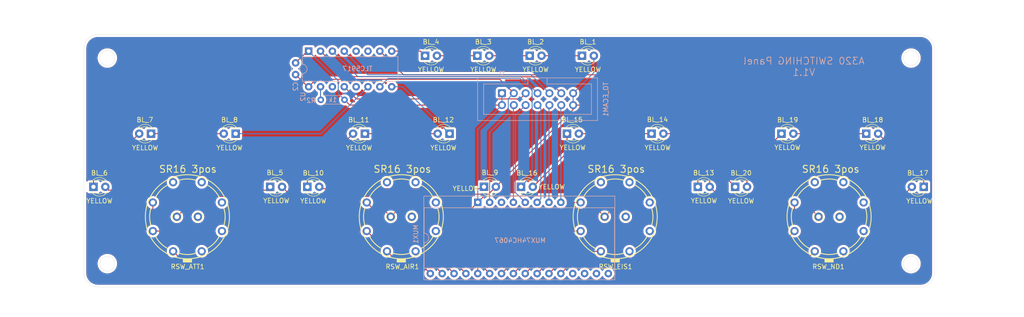
<source format=kicad_pcb>
(kicad_pcb (version 20240108) (generator "pcbnew") (generator_version "8.0")
  (title_block (title "A320 SWITCHING Panel") (date "2024-12-08") (rev "V1.1") (company "S.K."))
  (layers (0 "F.Cu" signal) (31 "B.Cu" signal) (34 "B.Paste" user) (35 "F.Paste" user) (36 "B.SilkS" user "B.Silkscreen") (37 "F.SilkS" user "F.Silkscreen") (38 "B.Mask" user) (39 "F.Mask" user) (44 "Edge.Cuts" user))
  (net 0 "")
  (net 1 "12V_IN")
  (net 2 "Net-(BL_1-K)")
  (net 3 "Net-(BL_2-K)")
  (net 4 "Net-(BL_3-K)")
  (net 5 "BACKLIGHT_1")
  (net 6 "Net-(BL_5-K)")
  (net 7 "Net-(BL_6-K)")
  (net 8 "Net-(BL_7-K)")
  (net 9 "BACKLIGHT_2")
  (net 10 "Net-(BL_10-A)")
  (net 11 "Net-(BL_10-K)")
  (net 12 "Net-(BL_11-K)")
  (net 13 "BACKLIGHT_3")
  (net 14 "Net-(BL_13-K)")
  (net 15 "Net-(BL_14-K)")
  (net 16 "Net-(BL_15-K)")
  (net 17 "BACKLIGHT_4")
  (net 18 "Net-(BL_17-K)")
  (net 19 "Net-(BL_18-K)")
  (net 20 "Net-(BL_19-K)")
  (net 21 "BACKLIGHT_5")
  (net 22 "+5V")
  (net 23 "GND")
  (net 24 "Net-(U2-R-EXT)")
  (net 25 "RSW_ND_2")
  (net 26 "RSW_AIR_3")
  (net 27 "MUX_S0")
  (net 28 "RSW_AIR_1")
  (net 29 "RSW_ND_1")
  (net 30 "MUX_S2")
  (net 31 "RSW_ATT_3")
  (net 32 "MUX_S3")
  (net 33 "MUX1_DATA")
  (net 34 "RSW_EIS_1")
  (net 35 "RSW_ATT_1")
  (net 36 "RSW_EIS_3")
  (net 37 "RSW_AIR_2")
  (net 38 "RSW_ND_3")
  (net 39 "RSW_EIS_2")
  (net 40 "MUX_S1")
  (net 41 "RSW_ATT_2")
  (net 70 "OSH_LATCH")
  (net 71 "OSH_DIN")
  (net 72 "OUT_BRT_BACK")
  (net 75 "OSH_CLOCK")
  (footprint "LED_THT:LED_D3.0mm" (layer "F.Cu") (at 142.6862 99.8834)
    (property "Reference" "BL_16" (at 1.27 -2.9552 0) (layer "F.SilkS"))
    (property "Value" "YELLOW" (at 6.5938 -0.0034 0) (layer "F.SilkS"))
    (pad "1" thru_hole rect (at 0 0) (size 1.8 1.8) (drill 0.9) (layers "*.Cu" "*.Mask") (net 17 "BACKLIGHT_4"))
    (pad "2" thru_hole circle (at 2.54 0) (size 1.8 1.8) (drill 0.9) (layers "*.Cu" "*.Mask") (net 16 "Net-(BL_15-K)"))
  )
  (footprint "LED_THT:LED_D3.0mm" (layer "F.Cu") (at 155.7418 71.8206)
    (property "Reference" "BL_1" (at 1.27 -2.96 0) (layer "F.SilkS"))
    (property "Value" "YELLOW" (at 1.27 2.96 0) (layer "F.SilkS"))
    (pad "1" thru_hole rect (at 0 0) (size 1.8 1.8) (drill 0.9) (layers "*.Cu" "*.Mask") (net 2 "Net-(BL_1-K)"))
    (pad "2" thru_hole circle (at 2.54 0) (size 1.8 1.8) (drill 0.9) (layers "*.Cu" "*.Mask") (net 1 "12V_IN"))
  )
  (footprint "LED_THT:LED_D3.0mm" (layer "F.Cu") (at 198.4392 88.5042)
    (property "Reference" "BL_19" (at 1.3184 -2.9464 0) (layer "F.SilkS"))
    (property "Value" "YELLOW" (at 1.27 2.96 0) (layer "F.SilkS"))
    (pad "1" thru_hole rect (at 0 0) (size 1.8 1.8) (drill 0.9) (layers "*.Cu" "*.Mask") (net 20 "Net-(BL_19-K)"))
    (pad "2" thru_hole circle (at 2.54 0) (size 1.8 1.8) (drill 0.9) (layers "*.Cu" "*.Mask") (net 19 "Net-(BL_18-K)"))
  )
  (footprint "LED_THT:LED_D3.0mm" (layer "F.Cu") (at 109.2901 88.5042 180)
    (property "Reference" "BL_11" (at 1.3184 2.96 0) (layer "F.SilkS"))
    (property "Value" "YELLOW" (at 1.27 -3.0226 0) (layer "F.SilkS"))
    (pad "1" thru_hole rect (at 0 0 180) (size 1.8 1.8) (drill 0.9) (layers "*.Cu" "*.Mask") (net 12 "Net-(BL_11-K)"))
    (pad "2" thru_hole circle (at 2.54 0 180) (size 1.8 1.8) (drill 0.9) (layers "*.Cu" "*.Mask") (net 11 "Net-(BL_10-K)"))
  )
  (footprint "LED_THT:LED_D3.0mm" (layer "F.Cu") (at 127.4003 88.5042 180)
    (property "Reference" "BL_12" (at 1.3208 2.96 0) (layer "F.SilkS"))
    (property "Value" "YELLOW" (at 1.3208 -3.0226 0) (layer "F.SilkS"))
    (pad "1" thru_hole rect (at 0 0 180) (size 1.8 1.8) (drill 0.9) (layers "*.Cu" "*.Mask") (net 13 "BACKLIGHT_3"))
    (pad "2" thru_hole circle (at 2.54 0 180) (size 1.8 1.8) (drill 0.9) (layers "*.Cu" "*.Mask") (net 12 "Net-(BL_11-K)"))
  )
  (footprint "LED_THT:LED_D3.0mm" (layer "F.Cu") (at 180.54 99.8834)
    (property "Reference" "BL_13" (at 1.24 -2.9934 0) (layer "F.SilkS"))
    (property "Value" "YELLOW" (at 1.3 2.9766 0) (layer "F.SilkS"))
    (pad "1" thru_hole rect (at 0 0) (size 1.8 1.8) (drill 0.9) (layers "*.Cu" "*.Mask") (net 14 "Net-(BL_13-K)"))
    (pad "2" thru_hole circle (at 2.54 0) (size 1.8 1.8) (drill 0.9) (layers "*.Cu" "*.Mask") (net 1 "12V_IN"))
  )
  (footprint "LED_THT:LED_D3.0mm" (layer "F.Cu") (at 152.53 88.5)
    (property "Reference" "BL_15" (at 1.11 -2.98 0) (layer "F.SilkS"))
    (property "Value" "YELLOW" (at 1.21 2.99 0) (layer "F.SilkS"))
    (pad "1" thru_hole rect (at 0 0) (size 1.8 1.8) (drill 0.9) (layers "*.Cu" "*.Mask") (net 16 "Net-(BL_15-K)"))
    (pad "2" thru_hole circle (at 2.54 0) (size 1.8 1.8) (drill 0.9) (layers "*.Cu" "*.Mask") (net 15 "Net-(BL_14-K)"))
  )
  (footprint "LED_THT:LED_D3.0mm" (layer "F.Cu") (at 81.6246 88.5042 180)
    (property "Reference" "BL_8" (at 1.3208 2.96 0) (layer "F.SilkS"))
    (property "Value" "YELLOW" (at 1.3208 -3.0226 0) (layer "F.SilkS"))
    (pad "1" thru_hole rect (at 0 0 180) (size 1.8 1.8) (drill 0.9) (layers "*.Cu" "*.Mask") (net 9 "BACKLIGHT_2"))
    (pad "2" thru_hole circle (at 2.54 0 180) (size 1.8 1.8) (drill 0.9) (layers "*.Cu" "*.Mask") (net 8 "Net-(BL_7-K)"))
  )
  (footprint "LED_THT:LED_D3.0mm" (layer "F.Cu") (at 134.77 99.87)
    (property "Reference" "BL_9" (at 1.27 -3.03 0) (layer "F.SilkS"))
    (property "Value" "YELLOW" (at -3.92 0.37 0) (layer "F.SilkS"))
    (pad "1" thru_hole rect (at 0 0) (size 1.8 1.8) (drill 0.9) (layers "*.Cu" "*.Mask") (net 10 "Net-(BL_10-A)"))
    (pad "2" thru_hole circle (at 2.54 0) (size 1.8 1.8) (drill 0.9) (layers "*.Cu" "*.Mask") (net 1 "12V_IN"))
  )
  (footprint "LED_THT:LED_D3.0mm" (layer "F.Cu") (at 122.1634 71.8206)
    (property "Reference" "BL_4" (at 1.27 -2.96 0) (layer "F.SilkS"))
    (property "Value" "YELLOW" (at 1.27 2.96 0) (layer "F.SilkS"))
    (pad "1" thru_hole rect (at 0 0) (size 1.8 1.8) (drill 0.9) (layers "*.Cu" "*.Mask") (net 5 "BACKLIGHT_1"))
    (pad "2" thru_hole circle (at 2.54 0) (size 1.8 1.8) (drill 0.9) (layers "*.Cu" "*.Mask") (net 4 "Net-(BL_3-K)"))
  )
  (footprint "LED_THT:LED_D3.0mm" (layer "F.Cu") (at 89.01 99.89)
    (property "Reference" "BL_5" (at 1.02 -3.04 0) (layer "F.SilkS"))
    (property "Value" "YELLOW" (at 1.31 2.96 0) (layer "F.SilkS"))
    (pad "1" thru_hole rect (at 0 0) (size 1.8 1.8) (drill 0.9) (layers "*.Cu" "*.Mask") (net 6 "Net-(BL_5-K)"))
    (pad "2" thru_hole circle (at 2.54 0) (size 1.8 1.8) (drill 0.9) (layers "*.Cu" "*.Mask") (net 1 "12V_IN"))
  )
  (footprint "My:SR16-AB" (layer "F.Cu") (at 162.8489 106.2842)
    (property "Reference" "RSW_EIS1" (at 0.0711 10.6858 0) (layer "F.SilkS"))
    (property "Value" "SR16 3pos" (at 0.2211 -10.1942 0) (layer "F.SilkS") (effects (font (size 1.5 1.5) (thickness 0.2))))
    (pad "1" thru_hole circle (at -3.06 7.39) (size 1.75 1.75) (drill 1) (layers "*.Cu" "*.Mask") (net 34 "RSW_EIS_1"))
    (pad "2" thru_hole circle (at -7.39 3.06 90) (size 1.75 1.75) (drill 1) (layers "*.Cu" "*.Mask") (net 39 "RSW_EIS_2"))
    (pad "3" thru_hole circle (at -7.39 -3.06 90) (size 1.75 1.75) (drill 1) (layers "*.Cu" "*.Mask") (net 36 "RSW_EIS_3"))
    (pad "4" thru_hole circle (at -3.06 -7.39) (size 1.75 1.75) (drill 1) (layers "*.Cu" "*.Mask"))
    (pad "5" thru_hole circle (at 3.06 -7.39) (size 1.75 1.75) (drill 1) (layers "*.Cu" "*.Mask"))
    (pad "6" thru_hole circle (at 7.39 -3.06 90) (size 1.75 1.75) (drill 1) (layers "*.Cu" "*.Mask"))
    (pad "7" thru_hole circle (at 7.39 3.06 90) (size 1.75 1.75) (drill 1) (layers "*.Cu" "*.Mask"))
    (pad "8" thru_hole circle (at 3.06 7.39) (size 1.75 1.75) (drill 1) (layers "*.Cu" "*.Mask"))
    (pad "A" thru_hole circle (at -2.25 0 270) (size 1.75 1.75) (drill 1) (layers "*.Cu" "*.Mask") (net 23 "GND"))
    (pad "B" thru_hole circle (at 2.25 0 270) (size 1.75 1.75) (drill 1) (layers "*.Cu" "*.Mask"))
  )
  (footprint "LED_THT:LED_D3.0mm" (layer "F.Cu") (at 144.549 71.8206)
    (property "Reference" "BL_2" (at 1.27 -2.96 0) (layer "F.SilkS"))
    (property "Value" "YELLOW" (at 1.27 2.96 0) (layer "F.SilkS"))
    (pad "1" thru_hole rect (at 0 0) (size 1.8 1.8) (drill 0.9) (layers "*.Cu" "*.Mask") (net 3 "Net-(BL_2-K)"))
    (pad "2" thru_hole circle (at 2.54 0) (size 1.8 1.8) (drill 0.9) (layers "*.Cu" "*.Mask") (net 2 "Net-(BL_1-K)"))
  )
  (footprint "My:SR16-AB" (layer "F.Cu") (at 208.6246 106.2842)
    (property "Reference" "RSW_ND1" (at -0.1346 10.6858 0) (layer "F.SilkS"))
    (property "Value" "SR16 3pos" (at 0.3454 -10.1942 0) (layer "F.SilkS") (effects (font (size 1.5 1.5) (thickness 0.2))))
    (pad "1" thru_hole circle (at -3.06 7.39) (size 1.75 1.75) (drill 1) (layers "*.Cu" "*.Mask") (net 29 "RSW_ND_1"))
    (pad "2" thru_hole circle (at -7.39 3.06 90) (size 1.75 1.75) (drill 1) (layers "*.Cu" "*.Mask") (net 25 "RSW_ND_2"))
    (pad "3" thru_hole circle (at -7.39 -3.06 90) (size 1.75 1.75) (drill 1) (layers "*.Cu" "*.Mask") (net 38 "RSW_ND_3"))
    (pad "4" thru_hole circle (at -3.06 -7.39) (size 1.75 1.75) (drill 1) (layers "*.Cu" "*.Mask"))
    (pad "5" thru_hole circle (at 3.06 -7.39) (size 1.75 1.75) (drill 1) (layers "*.Cu" "*.Mask"))
    (pad "6" thru_hole circle (at 7.39 -3.06 90) (size 1.75 1.75) (drill 1) (layers "*.Cu" "*.Mask"))
    (pad "7" thru_hole circle (at 7.39 3.06 90) (size 1.75 1.75) (drill 1) (layers "*.Cu" "*.Mask"))
    (pad "8" thru_hole circle (at 3.06 7.39) (size 1.75 1.75) (drill 1) (layers "*.Cu" "*.Mask"))
    (pad "A" thru_hole circle (at -2.25 0 270) (size 1.75 1.75) (drill 1) (layers "*.Cu" "*.Mask") (net 23 "GND"))
    (pad "B" thru_hole circle (at 2.25 0 270) (size 1.75 1.75) (drill 1) (layers "*.Cu" "*.Mask"))
  )
  (footprint "My:SR16-AB" (layer "F.Cu") (at 117.0731 106.2842)
    (property "Reference" "RSW_AIR1" (at 0.2269 10.6858 0) (layer "F.SilkS"))
    (property "Value" "SR16 3pos" (at 0.2269 -10.1942 0) (layer "F.SilkS") (effects (font (size 1.5 1.5) (thickness 0.2))))
    (pad "1" thru_hole circle (at -3.06 7.39) (size 1.75 1.75) (drill 1) (layers "*.Cu" "*.Mask") (net 28 "RSW_AIR_1"))
    (pad "2" thru_hole circle (at -7.39 3.06 90) (size 1.75 1.75) (drill 1) (layers "*.Cu" "*.Mask") (net 37 "RSW_AIR_2"))
    (pad "3" thru_hole circle (at -7.39 -3.06 90) (size 1.75 1.75) (drill 1) (layers "*.Cu" "*.Mask") (net 26 "RSW_AIR_3"))
    (pad "4" thru_hole circle (at -3.06 -7.39) (size 1.75 1.75) (drill 1) (layers "*.Cu" "*.Mask"))
    (pad "5" thru_hole circle (at 3.06 -7.39) (size 1.75 1.75) (drill 1) (layers "*.Cu" "*.Mask"))
    (pad "6" thru_hole circle (at 7.39 -3.06 90) (size 1.75 1.75) (drill 1) (layers "*.Cu" "*.Mask"))
    (pad "7" thru_hole circle (at 7.39 3.06 90) (size 1.75 1.75) (drill 1) (layers "*.Cu" "*.Mask"))
    (pad "8" thru_hole circle (at 3.06 7.39) (size 1.75 1.75) (drill 1) (layers "*.Cu" "*.Mask"))
    (pad "A" thru_hole circle (at -2.25 0 270) (size 1.75 1.75) (drill 1) (layers "*.Cu" "*.Mask") (net 23 "GND"))
    (pad "B" thru_hole circle (at 2.25 0 270) (size 1.75 1.75) (drill 1) (layers "*.Cu" "*.Mask"))
  )
  (footprint "LED_THT:LED_D3.0mm" (layer "F.Cu") (at 228.8832 99.8834 180)
    (property "Reference" "BL_17" (at 1.2778 2.9552 0) (layer "F.SilkS"))
    (property "Value" "YELLOW" (at 0.9398 -3.0392 0) (layer "F.SilkS"))
    (pad "1" thru_hole rect (at 0 0 180) (size 1.8 1.8) (drill 0.9) (layers "*.Cu" "*.Mask") (net 18 "Net-(BL_17-K)"))
    (pad "2" thru_hole circle (at 2.54 0 180) (size 1.8 1.8) (drill 0.9) (layers "*.Cu" "*.Mask") (net 1 "12V_IN"))
  )
  (footprint "LED_THT:LED_D3.0mm" (layer "F.Cu") (at 216.5748 88.5042)
    (property "Reference" "BL_18" (at 1.3716 -2.9464 0) (layer "F.SilkS"))
    (property "Value" "YELLOW" (at 1.3716 2.96 0) (layer "F.SilkS"))
    (pad "1" thru_hole rect (at 0 0) (size 1.8 1.8) (drill 0.9) (layers "*.Cu" "*.Mask") (net 19 "Net-(BL_18-K)"))
    (pad "2" thru_hole circle (at 2.54 0) (size 1.8 1.8) (drill 0.9) (layers "*.Cu" "*.Mask") (net 18 "Net-(BL_17-K)"))
  )
  (footprint "LED_THT:LED_D3.0mm" (layer "F.Cu") (at 63.5144 88.5042 180)
    (property "Reference" "BL_7" (at 1.3184 2.96 0) (layer "F.SilkS"))
    (property "Value" "YELLOW" (at 1.27 -3.0226 0) (layer "F.SilkS"))
    (pad "1" thru_hole rect (at 0 0 180) (size 1.8 1.8) (drill 0.9) (layers "*.Cu" "*.Mask") (net 8 "Net-(BL_7-K)"))
    (pad "2" thru_hole circle (at 2.54 0 180) (size 1.8 1.8) (drill 0.9) (layers "*.Cu" "*.Mask") (net 7 "Net-(BL_6-K)"))
  )
  (footprint "LED_THT:LED_D3.0mm" (layer "F.Cu") (at 96.9711 99.8834)
    (property "Reference" "BL_10" (at 1.27 -2.9552 0) (layer "F.SilkS"))
    (property "Value" "YELLOW" (at 1.27 3.0138 0) (layer "F.SilkS"))
    (pad "1" thru_hole rect (at 0 0) (size 1.8 1.8) (drill 0.9) (layers "*.Cu" "*.Mask") (net 11 "Net-(BL_10-K)"))
    (pad "2" thru_hole circle (at 2.54 0) (size 1.8 1.8) (drill 0.9) (layers "*.Cu" "*.Mask") (net 10 "Net-(BL_10-A)"))
  )
  (footprint "LED_THT:LED_D3.0mm" (layer "F.Cu") (at 51.1954 99.8834)
    (property "Reference" "BL_6" (at 1.27 -2.9552 0) (layer "F.SilkS"))
    (property "Value" "YELLOW" (at 1.27 3.0138 0) (layer "F.SilkS"))
    (pad "1" thru_hole rect (at 0 0) (size 1.8 1.8) (drill 0.9) (layers "*.Cu" "*.Mask") (net 7 "Net-(BL_6-K)"))
    (pad "2" thru_hole circle (at 2.54 0) (size 1.8 1.8) (drill 0.9) (layers "*.Cu" "*.Mask") (net 6 "Net-(BL_5-K)"))
  )
  (footprint "LED_THT:LED_D3.0mm" (layer "F.Cu") (at 188.5226 99.8834)
    (property "Reference" "BL_20" (at 1.27 -2.9552 0) (layer "F.SilkS"))
    (property "Value" "YELLOW" (at 1.27 3.0138 0) (layer "F.SilkS"))
    (pad "1" thru_hole rect (at 0 0) (size 1.8 1.8) (drill 0.9) (layers "*.Cu" "*.Mask") (net 21 "BACKLIGHT_5"))
    (pad "2" thru_hole circle (at 2.54 0) (size 1.8 1.8) (drill 0.9) (layers "*.Cu" "*.Mask") (net 20 "Net-(BL_19-K)"))
  )
  (footprint "LED_THT:LED_D3.0mm" (layer "F.Cu") (at 133.3562 71.8206)
    (property "Reference" "BL_3" (at 1.27 -2.96 0) (layer "F.SilkS"))
    (property "Value" "YELLOW" (at 1.27 2.96 0) (layer "F.SilkS"))
    (pad "1" thru_hole rect (at 0 0) (size 1.8 1.8) (drill 0.9) (layers "*.Cu" "*.Mask") (net 4 "Net-(BL_3-K)"))
    (pad "2" thru_hole circle (at 2.54 0) (size 1.8 1.8) (drill 0.9) (layers "*.Cu" "*.Mask") (net 3 "Net-(BL_2-K)"))
  )
  (footprint "LED_THT:LED_D3.0mm" (layer "F.Cu") (at 170.63 88.5)
    (property "Reference" "BL_14" (at 1.28 -3.01 0) (layer "F.SilkS"))
    (property "Value" "YELLOW" (at 1.29 3 0) (layer "F.SilkS"))
    (pad "1" thru_hole rect (at 0 0) (size 1.8 1.8) (drill 0.9) (layers "*.Cu" "*.Mask") (net 15 "Net-(BL_14-K)"))
    (pad "2" thru_hole circle (at 2.54 0) (size 1.8 1.8) (drill 0.9) (layers "*.Cu" "*.Mask") (net 14 "Net-(BL_13-K)"))
  )
  (footprint "My:SR16-AB" (layer "F.Cu") (at 71.2974 106.2842)
    (property "Reference" "RSW_ATT1" (at 0.0526 10.6858 0) (layer "F.SilkS"))
    (property "Value" "SR16 3pos" (at 0.1026 -10.1942 0) (layer "F.SilkS") (effects (font (size 1.5 1.5) (thickness 0.2))))
    (pad "1" thru_hole circle (at -3.06 7.39) (size 1.75 1.75) (drill 1) (layers "*.Cu" "*.Mask") (net 35 "RSW_ATT_1"))
    (pad "2" thru_hole circle (at -7.39 3.06 90) (size 1.75 1.75) (drill 1) (layers "*.Cu" "*.Mask") (net 41 "RSW_ATT_2"))
    (pad "3" thru_hole circle (at -7.39 -3.06 90) (size 1.75 1.75) (drill 1) (layers "*.Cu" "*.Mask") (net 31 "RSW_ATT_3"))
    (pad "4" thru_hole circle (at -3.06 -7.39) (size 1.75 1.75) (drill 1) (layers "*.Cu" "*.Mask"))
    (pad "5" thru_hole circle (at 3.06 -7.39) (size 1.75 1.75) (drill 1) (layers "*.Cu" "*.Mask"))
    (pad "6" thru_hole circle (at 7.39 -3.06 90) (size 1.75 1.75) (drill 1) (layers "*.Cu" "*.Mask"))
    (pad "7" thru_hole circle (at 7.39 3.06 90) (size 1.75 1.75) (drill 1) (layers "*.Cu" "*.Mask"))
    (pad "8" thru_hole circle (at 3.06 7.39) (size 1.75 1.75) (drill 1) (layers "*.Cu" "*.Mask"))
    (pad "A" thru_hole circle (at -2.25 0 270) (size 1.75 1.75) (drill 1) (layers "*.Cu" "*.Mask") (net 23 "GND"))
    (pad "B" thru_hole circle (at 2.25 0 270) (size 1.75 1.75) (drill 1) (layers "*.Cu" "*.Mask"))
  )
  (footprint "Capacitor_THT:C_Disc_D3.0mm_W1.6mm_P2.50mm" (layer "B.Cu") (at 94.451 75.8546 90)
    (property "Reference" "C2" (at -2.5654 0 90) (layer "B.SilkS") (effects (justify mirror)))
    (property "Value" "0.1uF Ceramic" (hide yes))
    (pad "1" thru_hole circle (at 0 0 90) (size 1.6 1.6) (drill 0.8) (layers "*.Cu" "*.Mask") (net 22 "+5V"))
    (pad "2" thru_hole circle (at 2.5 0 90) (size 1.6 1.6) (drill 0.8) (layers "*.Cu" "*.Mask") (net 23 "GND"))
  )
  (footprint "Connector_IDC:IDC-Header_2x07_P2.54mm_Vertical" (layer "B.Cu") (at 138.61 79.85 -90)
    (property "Reference" "TO_ECAM1" (at 1.32 -22.23 90) (layer "B.SilkS") (effects (justify mirror)))
    (property "Value" "Pin Header 2x07" (hide yes))
    (pad "1" thru_hole roundrect (at 0 0 270) (size 1.7 1.7) (drill 1) (layers "*.Cu" "*.Mask") (roundrect_rratio 0.147059) (net 23 "GND"))
    (pad "2" thru_hole circle (at 2.54 0 270) (size 1.7 1.7) (drill 1) (layers "*.Cu" "*.Mask") (net 23 "GND"))
    (pad "3" thru_hole circle (at 0 -2.54 270) (size 1.7 1.7) (drill 1) (layers "*.Cu" "*.Mask") (net 22 "+5V"))
    (pad "4" thru_hole circle (at 2.54 -2.54 270) (size 1.7 1.7) (drill 1) (layers "*.Cu" "*.Mask") (net 27 "MUX_S0"))
    (pad "5" thru_hole circle (at 0 -5.08 270) (size 1.7 1.7) (drill 1) (layers "*.Cu" "*.Mask") (net 72 "OUT_BRT_BACK"))
    (pad "6" thru_hole circle (at 2.54 -5.08 270) (size 1.7 1.7) (drill 1) (layers "*.Cu" "*.Mask") (net 40 "MUX_S1"))
    (pad "7" thru_hole circle (at 0 -7.62 270) (size 1.7 1.7) (drill 1) (layers "*.Cu" "*.Mask") (net 75 "OSH_CLOCK"))
    (pad "8" thru_hole circle (at 2.54 -7.62 270) (size 1.7 1.7) (drill 1) (layers "*.Cu" "*.Mask") (net 30 "MUX_S2"))
    (pad "9" thru_hole circle (at 0 -10.16 270) (size 1.7 1.7) (drill 1) (layers "*.Cu" "*.Mask") (net 70 "OSH_LATCH"))
    (pad "10" thru_hole circle (at 2.54 -10.16 270) (size 1.7 1.7) (drill 1) (layers "*.Cu" "*.Mask") (net 32 "MUX_S3"))
    (pad "11" thru_hole circle (at 0 -12.7 270) (size 1.7 1.7) (drill 1) (layers "*.Cu" "*.Mask") (net 71 "OSH_DIN"))
    (pad "12" thru_hole circle (at 2.54 -12.7 270) (size 1.7 1.7) (drill 1) (layers "*.Cu" "*.Mask") (net 33 "MUX1_DATA"))
    (pad "13" thru_hole circle (at 0 -15.24 270) (size 1.7 1.7) (drill 1) (layers "*.Cu" "*.Mask") (net 1 "12V_IN"))
    (pad "14" thru_hole circle (at 2.54 -15.24 270) (size 1.7 1.7) (drill 1) (layers "*.Cu" "*.Mask") (net 1 "12V_IN"))
  )
  (footprint "Package_DIP:DIP-16_W7.62mm" (layer "B.Cu") (at 97.245 70.84 -90)
    (property "Reference" "U2" (at 9.75 1.225 90) (layer "B.SilkS") (effects (justify mirror)))
    (property "Value" "TLC5917" (at 3.7592 -10.4648 0) (layer "B.SilkS") (effects (justify mirror)))
    (pad "1" thru_hole rect (at 0 0 270) (size 1.6 1.6) (drill 0.8) (layers "*.Cu" "*.Mask") (net 23 "GND"))
    (pad "2" thru_hole oval (at 0 -2.54 270) (size 1.6 1.6) (drill 0.8) (layers "*.Cu" "*.Mask") (net 71 "OSH_DIN"))
    (pad "3" thru_hole oval (at 0 -5.08 270) (size 1.6 1.6) (drill 0.8) (layers "*.Cu" "*.Mask") (net 75 "OSH_CLOCK"))
    (pad "4" thru_hole oval (at 0 -7.62 270) (size 1.6 1.6) (drill 0.8) (layers "*.Cu" "*.Mask") (net 70 "OSH_LATCH"))
    (pad "5" thru_hole oval (at 0 -10.16 270) (size 1.6 1.6) (drill 0.8) (layers "*.Cu" "*.Mask"))
    (pad "6" thru_hole oval (at 0 -12.7 270) (size 1.6 1.6) (drill 0.8) (layers "*.Cu" "*.Mask"))
    (pad "7" thru_hole oval (at 0 -15.24 270) (size 1.6 1.6) (drill 0.8) (layers "*.Cu" "*.Mask") (net 21 "BACKLIGHT_5"))
    (pad "8" thru_hole oval (at 0 -17.78 270) (size 1.6 1.6) (drill 0.8) (layers "*.Cu" "*.Mask") (net 5 "BACKLIGHT_1"))
    (pad "9" thru_hole oval (at 7.62 -17.78 270) (size 1.6 1.6) (drill 0.8) (layers "*.Cu" "*.Mask") (net 13 "BACKLIGHT_3"))
    (pad "10" thru_hole oval (at 7.62 -15.24 270) (size 1.6 1.6) (drill 0.8) (layers "*.Cu" "*.Mask") (net 17 "BACKLIGHT_4"))
    (pad "11" thru_hole oval (at 7.62 -12.7 270) (size 1.6 1.6) (drill 0.8) (layers "*.Cu" "*.Mask") (net 9 "BACKLIGHT_2"))
    (pad "12" thru_hole oval (at 7.62 -10.16 270) (size 1.6 1.6) (drill 0.8) (layers "*.Cu" "*.Mask"))
    (pad "13" thru_hole oval (at 7.62 -7.62 270) (size 1.6 1.6) (drill 0.8) (layers "*.Cu" "*.Mask") (net 72 "OUT_BRT_BACK"))
    (pad "14" thru_hole oval (at 7.62 -5.08 270) (size 1.6 1.6) (drill 0.8) (layers "*.Cu" "*.Mask"))
    (pad "15" thru_hole oval (at 7.62 -2.54 270) (size 1.6 1.6) (drill 0.8) (layers "*.Cu" "*.Mask") (net 24 "Net-(U2-R-EXT)"))
    (pad "16" thru_hole oval (at 7.62 0 270) (size 1.6 1.6) (drill 0.8) (layers "*.Cu" "*.Mask") (net 22 "+5V"))
  )
  (footprint "My:MUX74HC4067" (layer "B.Cu") (at 142.5078 111.3534 90)
    (property "Reference" "MUX1" (hide yes))
    (property "Value" "MUX74HC4067" (at 0 0 0) (layer "B.SilkS") (effects (justify mirror)))
    (fp_text user "${REFERENCE}" (at 1.3434 -22.3378 90) (layer "B.SilkS") (effects (justify mirror)))
    (pad "1" thru_hole rect (at 8.1534 -9.0678 270) (size 1.6 1.6) (drill 0.8) (layers "*.Cu" "*.Mask") (net 23 "GND"))
    (pad "2" thru_hole oval (at 8.1534 -6.5278 270) (size 1.6 1.6) (drill 0.8) (layers "*.Cu" "*.Mask") (net 22 "+5V"))
    (pad "3" thru_hole oval (at 8.1534 -3.9878 270) (size 1.6 1.6) (drill 0.8) (layers "*.Cu" "*.Mask"))
    (pad "4" thru_hole oval (at 8.1534 -1.4478 270) (size 1.6 1.6) (drill 0.8) (layers "*.Cu" "*.Mask") (net 27 "MUX_S0"))
    (pad "5" thru_hole oval (at 8.1534 1.0922 270) (size 1.6 1.6) (drill 0.8) (layers "*.Cu" "*.Mask") (net 40 "MUX_S1"))
    (pad "6" thru_hole oval (at 8.1534 3.6322 270) (size 1.6 1.6) (drill 0.8) (layers "*.Cu" "*.Mask") (net 30 "MUX_S2"))
    (pad "7" thru_hole oval (at 8.1534 6.1722 270) (size 1.6 1.6) (drill 0.8) (layers "*.Cu" "*.Mask") (net 32 "MUX_S3"))
    (pad "8" thru_hole oval (at 8.1534 8.7122 270) (size 1.6 1.6) (drill 0.8) (layers "*.Cu" "*.Mask") (net 33 "MUX1_DATA"))
    (pad "9" thru_hole oval (at -7.0866 -19.2278 270) (size 1.6 1.6) (drill 0.8) (layers "*.Cu" "*.Mask") (net 35 "RSW_ATT_1"))
    (pad "10" thru_hole oval (at -7.0866 -16.6878 270) (size 1.6 1.6) (drill 0.8) (layers "*.Cu" "*.Mask") (net 41 "RSW_ATT_2"))
    (pad "11" thru_hole oval (at -7.0866 -14.1478 270) (size 1.6 1.6) (drill 0.8) (layers "*.Cu" "*.Mask") (net 31 "RSW_ATT_3"))
    (pad "12" thru_hole oval (at -7.0866 -11.6078 270) (size 1.6 1.6) (drill 0.8) (layers "*.Cu" "*.Mask") (net 28 "RSW_AIR_1"))
    (pad "13" thru_hole oval (at -7.0866 -9.0678 270) (size 1.6 1.6) (drill 0.8) (layers "*.Cu" "*.Mask") (net 37 "RSW_AIR_2"))
    (pad "14" thru_hole oval (at -7.0866 -6.5278 270) (size 1.6 1.6) (drill 0.8) (layers "*.Cu" "*.Mask") (net 26 "RSW_AIR_3"))
    (pad "15" thru_hole oval (at -7.0866 -3.9878 270) (size 1.6 1.6) (drill 0.8) (layers "*.Cu" "*.Mask") (net 36 "RSW_EIS_3"))
    (pad "16" thru_hole oval (at -7.0866 -1.4478 270) (size 1.6 1.6) (drill 0.8) (layers "*.Cu" "*.Mask") (net 39 "RSW_EIS_2"))
    (pad "17" thru_hole oval (at -7.0866 1.0922 270) (size 1.6 1.6) (drill 0.8) (layers "*.Cu" "*.Mask") (net 34 "RSW_EIS_1"))
    (pad "18" thru_hole oval (at -7.0866 3.6322 270) (size 1.6 1.6) (drill 0.8) (layers "*.Cu" "*.Mask") (net 38 "RSW_ND_3"))
    (pad "19" thru_hole oval (at -7.0866 6.1722 270) (size 1.6 1.6) (drill 0.8) (layers "*.Cu" "*.Mask") (net 25 "RSW_ND_2"))
    (pad "20" thru_hole oval (at -7.0866 8.7122 270) (size 1.6 1.6) (drill 0.8) (layers "*.Cu" "*.Mask") (net 29 "RSW_ND_1"))
    (pad "21" thru_hole oval (at -7.0866 11.2522 270) (size 1.6 1.6) (drill 0.8) (layers "*.Cu" "*.Mask"))
    (pad "22" thru_hole oval (at -7.0866 13.7922 270) (size 1.6 1.6) (drill 0.8) (layers "*.Cu" "*.Mask"))
    (pad "23" thru_hole oval (at -7.0866 16.3322 270) (size 1.6 1.6) (drill 0.8) (layers "*.Cu" "*.Mask"))
    (pad "24" thru_hole oval (at -7.0866 18.8722 270) (size 1.6 1.6) (drill 0.8) (layers "*.Cu" "*.Mask"))
  )
  (footprint "Resistor_THT:R_Axial_DIN0204_L3.6mm_D1.6mm_P5.08mm_Horizontal" (layer "B.Cu") (at 99.84 81.26)
    (property "Reference" "R2" (at -2.0936 0.127 0) (layer "B.SilkS") (effects (justify mirror)))
    (property "Value" "1k" (at 2.5654 -0.0254 0) (layer "B.SilkS") (effects (justify mirror)))
    (pad "1" thru_hole circle (at 0 0) (size 1.4 1.4) (drill 0.7) (layers "*.Cu" "*.Mask") (net 24 "Net-(U2-R-EXT)"))
    (pad "2" thru_hole oval (at 5.08 0) (size 1.4 1.4) (drill 0.7) (layers "*.Cu" "*.Mask") (net 23 "GND"))
  )
  (gr_arc (start 52.1634 121.3206) (mid 50.04208 120.44192) (end 49.1634 118.3206) (stroke (width 0.05)) (layer "Edge.Cuts"))
  (gr_arc (start 49.1634 70.3206) (mid 50.04208 68.19928) (end 52.1634 67.3206) (stroke (width 0.05)) (layer "Edge.Cuts"))
  (gr_arc (start 231.1634 118.3206) (mid 230.28472 120.44192) (end 228.1634 121.3206) (stroke (width 0.05)) (layer "Edge.Cuts"))
  (gr_line (start 228.1634 121.3206) (end 52.1634 121.3206) (stroke (width 0.05)) (layer "Edge.Cuts"))
  (gr_line (start 231.1634 70.3206) (end 231.1634 118.3206) (stroke (width 0.05)) (layer "Edge.Cuts"))
  (gr_circle (center 226.1634 72.3206) (end 227.7634 72.3206) (stroke (width 0.05)) (fill none) (layer "Edge.Cuts"))
  (gr_circle (center 54.1634 116.3206) (end 55.7634 116.3206) (stroke (width 0.05)) (fill none) (layer "Edge.Cuts"))
  (gr_circle (center 226.1634 116.3206) (end 227.7634 116.3206) (stroke (width 0.05)) (fill none) (layer "Edge.Cuts"))
  (gr_line (start 49.1634 118.3206) (end 49.1634 70.3206) (stroke (width 0.05)) (layer "Edge.Cuts"))
  (gr_line (start 52.1634 67.3206) (end 228.1634 67.3206) (stroke (width 0.05)) (layer "Edge.Cuts"))
  (gr_arc (start 228.1634 67.3206) (mid 230.28472 68.19928) (end 231.1634 70.3206) (stroke (width 0.05)) (layer "Edge.Cuts"))
  (gr_circle (center 54.1634 72.3206) (end 55.7634 72.3206) (stroke (width 0.05)) (fill none) (layer "Edge.Cuts"))
  (gr_text "${TITLE}\n${REVISION}" (at 203.22 76.24 0) (layer "B.SilkS") (effects (font (size 1.5 1.5)) (justify bottom mirror)))
  (segment (start 93.12 101.46) (end 91.55 99.89) (width 0.2) (layer "F.Cu") (net 1))
  (segment (start 137.31 99.87) (end 153.85 83.33) (width 0.2) (layer "F.Cu") (net 1))
  (segment (start 183.08 99.8834) (end 184.5666 101.37) (width 0.2) (layer "F.Cu") (net 1))
  (segment (start 137.31 99.87) (end 135.72 101.46) (width 0.2) (layer "F.Cu") (net 1))
  (segment (start 183.08 99.8834) (end 183.08 95.006486) (width 0.2) (layer "F.Cu") (net 1))
  (segment (start 183.08 95.006486) (end 170.463514 82.39) (width 0.2) (layer "F.Cu") (net 1))
  (segment (start 153.85 83.33) (end 153.85 82.39) (width 0.2) (layer "F.Cu") (net 1))
  (segment (start 170.463514 82.39) (end 153.85 82.39) (width 0.2) (layer "F.Cu") (net 1))
  (segment (start 184.5666 101.37) (end 224.8566 101.37) (width 0.2) (layer "F.Cu") (net 1))
  (segment (start 135.72 101.46) (end 93.12 101.46) (width 0.2) (layer "F.Cu") (net 1))
  (segment (start 224.8566 101.37) (end 226.3432 99.8834) (width 0.2) (layer "F.Cu") (net 1))
  (segment (start 158.2818 75.4182) (end 158.2818 71.8206) (width 0.2) (layer "B.Cu") (net 1))
  (segment (start 153.85 79.85) (end 158.2818 75.4182) (width 0.2) (layer "B.Cu") (net 1))
  (segment (start 153.85 79.85) (end 153.85 82.39) (width 0.2) (layer "B.Cu") (net 1))
  (segment (start 147.089 71.8206) (end 155.7418 71.8206) (width 0.2) (layer "F.Cu") (net 2))
  (segment (start 135.8962 71.8206) (end 144.549 71.8206) (width 0.2) (layer "F.Cu") (net 3))
  (segment (start 133.3562 71.8206) (end 124.7034 71.8206) (width 0.2) (layer "F.Cu") (net 4))
  (segment (start 115.025 70.84) (end 121.1828 70.84) (width 0.2) (layer "F.Cu") (net 5))
  (segment (start 121.1828 70.84) (end 122.1634 71.8206) (width 0.2) (layer "F.Cu") (net 5))
  (segment (start 88.3 100.6) (end 54.452 100.6) (width 0.2) (layer "F.Cu") (net 6))
  (segment (start 54.452 100.6) (end 53.7354 99.8834) (width 0.2) (layer "F.Cu") (net 6))
  (segment (start 51.1954 99.8834) (end 51.1954 98.2832) (width 0.2) (layer "F.Cu") (net 7))
  (segment (start 51.1954 98.2832) (end 60.9744 88.5042) (width 0.2) (layer "F.Cu") (net 7))
  (segment (start 63.5144 88.5042) (end 79.0846 88.5042) (width 0.2) (layer "F.Cu") (net 8))
  (segment (start 99.9008 88.5042) (end 109.945 78.46) (width 0.2) (layer "B.Cu") (net 9))
  (segment (start 81.6246 88.5042) (end 99.9008 88.5042) (width 0.2) (layer "B.Cu") (net 9))
  (segment (start 99.9077 100.28) (end 134.36 100.28) (width 0.2) (layer "F.Cu") (net 10))
  (segment (start 96.9711 98.2832) (end 106.7501 88.5042) (width 0.2) (layer "F.Cu") (net 11))
  (segment (start 96.9711 99.8834) (end 96.9711 98.2832) (width 0.2) (layer "F.Cu") (net 11))
  (segment (start 124.8603 88.5042) (end 109.2901 88.5042) (width 0.2) (layer "F.Cu") (net 12))
  (segment (start 117.3561 78.46) (end 115.025 78.46) (width 0.2) (layer "B.Cu") (net 13))
  (segment (start 127.4003 88.5042) (end 117.3561 78.46) (width 0.2) (layer "B.Cu") (net 13))
  (segment (start 176.007828 88.5) (end 173.17 88.5) (width 0.2) (layer "F.Cu") (net 14))
  (segment (start 180.54 93.032172) (end 176.007828 88.5) (width 0.2) (layer "F.Cu") (net 14))
  (segment (start 180.54 99.8834) (end 180.54 93.032172) (width 0.2) (layer "F.Cu") (net 14))
  (segment (start 170.63 88.5) (end 155.07 88.5) (width 0.2) (layer "F.Cu") (net 15))
  (segment (start 152.53 92.5796) (end 145.2262 99.8834) (width 0.2) (layer "F.Cu") (net 16))
  (segment (start 152.53 88.5) (end 152.53 92.5796) (width 0.2) (layer "F.Cu") (net 16))
  (segment (start 142.4825 76.6725) (end 145.08 79.27) (width 0.2) (layer "B.Cu") (net 17))
  (segment (start 114.2725 76.6725) (end 142.4825 76.6725) (width 0.2) (layer "B.Cu") (net 17))
  (segment (start 145.08 79.27) (end 145.08 97.3762) (width 0.2) (layer "B.Cu") (net 17))
  (segment (start 112.485 78.46) (end 114.2725 76.6725) (width 0.2) (layer "B.Cu") (net 17))
  (segment (start 145.08 97.3762) (end 142.6862 99.77) (width 0.2) (layer "B.Cu") (net 17))
  (segment (start 228.8832 98.2726) (end 219.1148 88.5042) (width 0.2) (layer "F.Cu") (net 18))
  (segment (start 228.8832 99.8834) (end 228.8832 98.2726) (width 0.2) (layer "F.Cu") (net 18))
  (segment (start 216.5748 88.5042) (end 200.9792 88.5042) (width 0.2) (layer "F.Cu") (net 19))
  (segment (start 191.0626 95.8808) (end 198.4392 88.5042) (width 0.2) (layer "F.Cu") (net 20))
  (segment (start 191.0626 99.8834) (end 191.0626 95.8808) (width 0.2) (layer "F.Cu") (net 20))
  (segment (start 164.5369 75.8977) (end 188.5226 99.8834) (width 0.2) (layer "F.Cu") (net 21))
  (segment (start 117.5427 75.8977) (end 164.5369 75.8977) (width 0.2) (layer "F.Cu") (net 21))
  (segment (start 112.485 70.84) (end 117.5427 75.8977) (width 0.2) (layer "F.Cu") (net 21))
  (segment (start 97.245 78.46) (end 98.835 76.87) (width 0.2) (layer "F.Cu") (net 22))
  (segment (start 94.451 75.8546) (end 97.0564 78.46) (width 0.2) (layer "F.Cu") (net 22))
  (segment (start 98.835 76.87) (end 138.17 76.87) (width 0.2) (layer "F.Cu") (net 22))
  (segment (start 138.17 76.87) (end 141.15 79.85) (width 0.2) (layer "F.Cu") (net 22))
  (segment (start 139.9684 81.0316) (end 141.15 79.85) (width 0.2) (layer "B.Cu") (net 22))
  (segment (start 135.98 103.2) (end 135.98 88.1884) (width 0.2) (layer "B.Cu") (net 22))
  (segment (start 139.9684 84.2) (end 139.9684 81.0316) (width 0.2) (layer "B.Cu") (net 22))
  (segment (start 135.98 88.1884) (end 139.9684 84.2) (width 0.2) (layer "B.Cu") (net 22))
  (segment (start 134.78 101.86) (end 133.44 103.2) (width 0.2) (layer "F.Cu") (net 23))
  (segment (start 160.5989 106.2842) (end 156.1747 101.86) (width 0.2) (layer "F.Cu") (net 23))
  (segment (start 73.4116 101.92) (end 110.4589 101.92) (width 0.2) (layer "F.Cu") (net 23))
  (segment (start 106.05 82.39) (end 138.61 82.39) (width 0.2) (layer "F.Cu") (net 23))
  (segment (start 206.3746 106.2842) (end 201.8604 101.77) (width 0.2) (layer "F.Cu") (net 23))
  (segment (start 114.8231 106.2842) (end 116.3173 104.79) (width 0.2) (layer "F.Cu") (net 23))
  (segment (start 96.9656 70.84) (end 94.451 73.3546) (width 0.2) (layer "F.Cu") (net 23))
  (segment (start 69.0474 106.2842) (end 73.4116 101.92) (width 0.2) (layer "F.Cu") (net 23))
  (segment (start 116.3173 104.79) (end 131.85 104.79) (width 0.2) (layer "F.Cu") (net 23))
  (segment (start 104.92 81.26) (end 106.05 82.39) (width 0.2) (layer "F.Cu") (net 23))
  (segment (start 131.85 104.79) (end 133.44 103.2) (width 0.2) (layer "F.Cu") (net 23))
  (segment (start 156.1747 101.86) (end 134.78 101.86) (width 0.2) (layer "F.Cu") (net 23))
  (segment (start 201.8604 101.77) (end 165.1131 101.77) (width 0.2) (layer "F.Cu") (net 23))
  (segment (start 110.4589 101.92) (end 114.8231 106.2842) (width 0.2) (layer "F.Cu") (net 23))
  (segment (start 165.1131 101.77) (end 160.5989 106.2842) (width 0.2) (layer "F.Cu") (net 23))
  (segment (start 133.44 87.56) (end 138.61 82.39) (width 0.2) (layer "B.Cu") (net 23))
  (segment (start 103.595 79.935) (end 104.92 81.26) (width 0.2) (layer "B.Cu") (net 23))
  (segment (start 103.595 77.19) (end 103.595 79.935) (width 0.2) (layer "B.Cu") (net 23))
  (segment (start 133.44 103.2) (end 133.44 87.56) (width 0.2) (layer "B.Cu") (net 23))
  (segment (start 138.61 82.39) (end 138.61 79.85) (width 0.2) (layer "B.Cu") (net 23))
  (segment (start 97.245 70.84) (end 103.595 77.19) (width 0.2) (layer "B.Cu") (net 23))
  (segment (start 99.785 78.46) (end 99.785 81.205) (width 0.2) (layer "F.Cu") (net 24))
  (segment (start 99.785 81.205) (end 99.785 78.46) (width 0.2) (layer "B.Cu") (net 24))
  (segment (start 194.1088 116.47) (end 150.65 116.47) (width 0.2) (layer "F.Cu") (net 25))
  (segment (start 150.65 116.47) (end 148.68 118.44) (width 0.2) (layer "F.Cu") (net 25))
  (segment (start 201.2346 109.3442) (end 194.1088 116.47) (width 0.2) (layer "F.Cu") (net 25))
  (segment (start 129.1711 111.6311) (end 118.09 111.6311) (width 0.2) (layer "F.Cu") (net 26))
  (segment (start 118.09 111.6311) (end 109.6831 103.2242) (width 0.2) (layer "F.Cu") (net 26))
  (segment (start 135.98 118.44) (end 129.1711 111.6311) (width 0.2) (layer "F.Cu") (net 26))
  (segment (start 141.06 103.2) (end 141.06 82.48) (width 0.2) (layer "B.Cu") (net 27))
  (segment (start 114.0131 113.6742) (end 116.7689 116.43) (width 0.2) (layer "F.Cu") (net 28))
  (segment (start 116.7689 116.43) (end 128.89 116.43) (width 0.2) (layer "F.Cu") (net 28))
  (segment (start 128.89 116.43) (end 130.9 118.44) (width 0.2) (layer "F.Cu") (net 28))
  (segment (start 152.79 116.87) (end 151.22 118.44) (width 0.2) (layer "F.Cu") (net 29))
  (segment (start 205.5646 113.6742) (end 202.3688 116.87) (width 0.2) (layer "F.Cu") (net 29))
  (segment (start 202.3688 116.87) (end 152.79 116.87) (width 0.2) (layer "F.Cu") (net 29))
  (segment (start 146.939999 83.099999) (end 146.23 82.39) (width 0.2) (layer "B.Cu") (net 30))
  (segment (start 146.939999 102.400001) (end 146.939999 83.099999) (width 0.2) (layer "B.Cu") (net 30))
  (segment (start 146.14 103.2) (end 146.939999 102.400001) (width 0.2) (layer "B.Cu") (net 30))
  (segment (start 74.345686 116.83) (end 63.9074 106.391714) (width 0.2) (layer "F.Cu") (net 31))
  (segment (start 63.9074 106.391714) (end 63.9074 103.2242) (width 0.2) (layer "F.Cu") (net 31))
  (segment (start 126.75 116.83) (end 74.345686 116.83) (width 0.2) (layer "F.Cu") (net 31))
  (segment (start 128.36 118.44) (end 126.75 116.83) (width 0.2) (layer "F.Cu") (net 31))
  (segment (start 148.68 103.2) (end 148.68 82.48) (width 0.2) (layer "B.Cu") (net 32))
  (segment (start 151.22 103.2) (end 151.22 82.48) (width 0.2) (layer "B.Cu") (net 33))
  (segment (start 159.7889 113.6742) (end 148.3658 113.6742) (width 0.2) (layer "F.Cu") (net 34))
  (segment (start 148.3658 113.6742) (end 143.6 118.44) (width 0.2) (layer "F.Cu") (net 34))
  (segment (start 122.47 117.63) (end 72.1932 117.63) (width 0.2) (layer "F.Cu") (net 35))
  (segment (start 72.1932 117.63) (end 68.2374 113.6742) (width 0.2) (layer "F.Cu") (net 35))
  (segment (start 123.28 118.44) (end 122.47 117.63) (width 0.2) (layer "F.Cu") (net 35))
  (segment (start 153.7358 103.2242) (end 138.52 118.44) (width 0.2) (layer "F.Cu") (net 36))
  (segment (start 155.4589 103.2242) (end 153.7358 103.2242) (width 0.2) (layer "F.Cu") (net 36))
  (segment (start 112.37 112.0311) (end 129.005414 112.0311) (width 0.2) (layer "F.Cu") (net 37))
  (segment (start 133.44 116.465686) (end 133.44 118.44) (width 0.2) (layer "F.Cu") (net 37))
  (segment (start 109.6831 109.3442) (end 112.37 112.0311) (width 0.2) (layer "F.Cu") (net 37))
  (segment (start 129.005414 112.0311) (end 133.44 116.465686) (width 0.2) (layer "F.Cu") (net 37))
  (segment (start 201.2346 103.2242) (end 201.2346 106.3754) (width 0.2) (layer "F.Cu") (net 38))
  (segment (start 191.54 116.07) (end 148.51 116.07) (width 0.2) (layer "F.Cu") (net 38))
  (segment (start 148.51 116.07) (end 146.14 118.44) (width 0.2) (layer "F.Cu") (net 38))
  (segment (start 201.2346 106.3754) (end 191.54 116.07) (width 0.2) (layer "F.Cu") (net 38))
  (segment (start 155.4589 109.3442) (end 150.1558 109.3442) (width 0.2) (layer "F.Cu") (net 39))
  (segment (start 150.1558 109.3442) (end 141.06 118.44) (width 0.2) (layer "F.Cu") (net 39))
  (segment (start 141.4862 101.0862) (end 141.4862 84.5938) (width 0.2) (layer "B.Cu") (net 40))
  (segment (start 141.4862 84.5938) (end 143.69 82.39) (width 0.2) (layer "B.Cu") (net 40))
  (segment (start 143.6 103.2) (end 141.4862 101.0862) (width 0.2) (layer "B.Cu") (net 40))
  (segment (start 66.2942 109.3442) (end 63.9074 109.3442) (width 0.2) (layer "F.Cu") (net 41))
  (segment (start 74.18 117.23) (end 66.2942 109.3442) (width 0.2) (layer "F.Cu") (net 41))
  (segment (start 125.82 118.44) (end 124.61 117.23) (width 0.2) (layer "F.Cu") (net 41))
  (segment (start 124.61 117.23) (end 74.18 117.23) (width 0.2) (layer "F.Cu") (net 41))
  (segment (start 144.7925 75.8725) (end 109.8975 75.8725) (width 0.2) (layer "B.Cu") (net 70))
  (segment (start 148.77 79.85) (end 144.7925 75.8725) (width 0.2) (layer "B.Cu") (net 70))
  (segment (start 109.8975 75.8725) (end 104.865 70.84) (width 0.2) (layer "B.Cu") (net 70))
  (segment (start 151.31 79.85) (end 147.7577 76.2977) (width 0.2) (layer "F.Cu") (net 71))
  (segment (start 105.2427 76.2977) (end 99.785 70.84) (width 0.2) (layer "F.Cu") (net 71))
  (segment (start 147.7577 76.2977) (end 105.2427 76.2977) (width 0.2) (layer "F.Cu") (net 71))
  (segment (start 143.69 79.85) (end 142.4794 81.0606) (width 0.2) (layer "F.Cu") (net 72))
  (segment (start 142.4794 81.0606) (end 107.4656 81.0606) (width 0.2) (layer "F.Cu") (net 72))
  (segment (start 107.4656 81.0606) (end 104.865 78.46) (width 0.2) (layer "F.Cu") (net 72))
  (segment (start 142.6525 76.2725) (end 107.7575 76.2725) (width 0.2) (layer "B.Cu") (net 75))
  (segment (start 146.23 79.85) (end 142.6525 76.2725) (width 0.2) (layer "B.Cu") (net 75))
  (segment (start 107.7575 76.2725) (end 102.325 70.84) (width 0.2) (layer "B.Cu") (net 75))
  (zone (net 0) (net_name "") (layer "F.Cu") (priority 1) (connect_pads (clearance 0.5)) (min_thickness 0.25) (fill yes (thermal_gap 0.5) (thermal_bridge_width 0.5) (island_removal_mode 1) (island_area_min 10))
    (polygon (pts (xy 47.9442 66.838) (xy 232.1958 66.838) (xy 232.1958 122.7942) (xy 231.9164 123.0736) (xy 48.1982 123.0736) (xy 47.3346 122.21) (xy 47.3346 67.5238) (xy 48.122 66.7364) (xy 48.0458 66.7364)))
  )
  (zone (net 0) (net_name "") (layer "B.Cu") (connect_pads (clearance 0.5)) (min_thickness 0.25) (fill yes (thermal_gap 0.5) (thermal_bridge_width 0.5) (island_removal_mode 1) (island_area_min 10))
    (polygon (pts (xy 48.7316 66.9396) (xy 231.8656 66.9396) (xy 231.8656 122.0576) (xy 231.4592 122.464) (xy 48.8586 122.464) (xy 48.3252 121.9306) (xy 48.3252 67.346)))
  )
)
</source>
